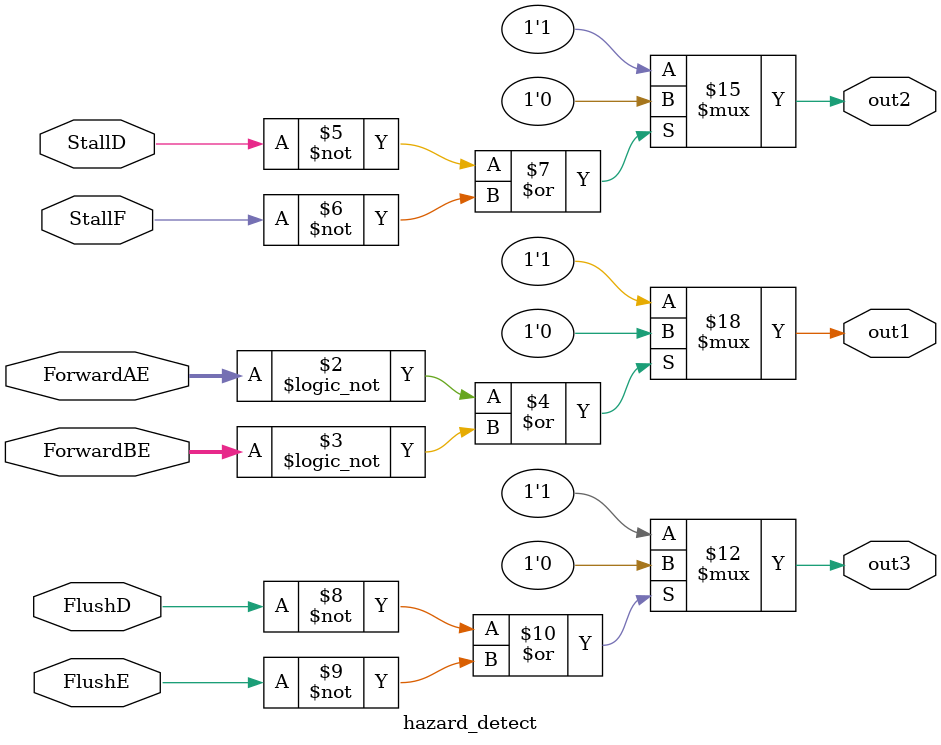
<source format=v>
module hazard_detect(ForwardAE,ForwardBE,StallD,StallF,FlushD,FlushE,out1,out2,out3);

	input [1:0] ForwardAE,ForwardBE;
	input StallD,StallF,FlushD,FlushE;
	
	output reg out1,out2,out3;
	
	always @(*)
		begin
			if(ForwardAE == 0 | ForwardBE ==0)
				out1 = 0;
			else out1 = 1;
			
			if (StallD == 0 | StallF == 0)
				out2 = 0;
			else out2 = 1;
			
			if (FlushD ==0 | FlushE == 0)
				out3 = 0;
			else out3 = 1;
		end
endmodule


</source>
